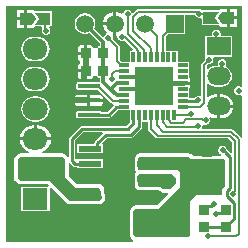
<source format=gtl>
G04*
G04 #@! TF.GenerationSoftware,Altium Limited,Altium Designer,21.9.2 (33)*
G04*
G04 Layer_Physical_Order=1*
G04 Layer_Color=255*
%FSLAX44Y44*%
%MOMM*%
G71*
G04*
G04 #@! TF.SameCoordinates,8D6B135D-26D1-4348-B727-2CCB693FEEA9*
G04*
G04*
G04 #@! TF.FilePolarity,Positive*
G04*
G01*
G75*
%ADD12C,0.2000*%
%ADD17R,1.9812X0.5334*%
G04:AMPARAMS|DCode=18|XSize=0.8mm|YSize=0.9mm|CornerRadius=0.06mm|HoleSize=0mm|Usage=FLASHONLY|Rotation=270.000|XOffset=0mm|YOffset=0mm|HoleType=Round|Shape=RoundedRectangle|*
%AMROUNDEDRECTD18*
21,1,0.8000,0.7800,0,0,270.0*
21,1,0.6800,0.9000,0,0,270.0*
1,1,0.1200,-0.3900,-0.3400*
1,1,0.1200,-0.3900,0.3400*
1,1,0.1200,0.3900,0.3400*
1,1,0.1200,0.3900,-0.3400*
%
%ADD18ROUNDEDRECTD18*%
%ADD19R,3.2512X3.2512*%
%ADD20R,0.3048X0.8128*%
%ADD21R,0.8128X0.3048*%
%ADD22O,2.0000X1.5000*%
%ADD23R,2.0000X1.5000*%
G04:AMPARAMS|DCode=24|XSize=0.4mm|YSize=1.9mm|CornerRadius=0.06mm|HoleSize=0mm|Usage=FLASHONLY|Rotation=270.000|XOffset=0mm|YOffset=0mm|HoleType=Round|Shape=RoundedRectangle|*
%AMROUNDEDRECTD24*
21,1,0.4000,1.7800,0,0,270.0*
21,1,0.2800,1.9000,0,0,270.0*
1,1,0.1200,-0.8900,-0.1400*
1,1,0.1200,-0.8900,0.1400*
1,1,0.1200,0.8900,0.1400*
1,1,0.1200,0.8900,-0.1400*
%
%ADD24ROUNDEDRECTD24*%
G04:AMPARAMS|DCode=25|XSize=0.8mm|YSize=0.9mm|CornerRadius=0.06mm|HoleSize=0mm|Usage=FLASHONLY|Rotation=0.000|XOffset=0mm|YOffset=0mm|HoleType=Round|Shape=RoundedRectangle|*
%AMROUNDEDRECTD25*
21,1,0.8000,0.7800,0,0,0.0*
21,1,0.6800,0.9000,0,0,0.0*
1,1,0.1200,0.3400,-0.3900*
1,1,0.1200,-0.3400,-0.3900*
1,1,0.1200,-0.3400,0.3900*
1,1,0.1200,0.3400,0.3900*
%
%ADD25ROUNDEDRECTD25*%
%ADD26R,2.3876X3.2004*%
%ADD43R,0.9000X1.0000*%
%ADD44C,0.2500*%
%ADD45C,0.5000*%
%ADD46C,0.4000*%
%ADD47C,0.3000*%
%ADD48C,1.5000*%
%ADD49R,1.5000X1.5000*%
%ADD50O,2.1336X1.8796*%
%ADD51O,2.1336X1.8288*%
%ADD52R,2.1336X1.8288*%
%ADD53O,2.0000X1.5000*%
%ADD54R,2.0000X1.5000*%
%ADD55C,0.5000*%
%ADD56C,0.4064*%
G36*
X185000Y185000D02*
X182750D01*
X181500Y187000D01*
X179500Y190000D01*
X181500Y193000D01*
X182750Y195000D01*
X185000D01*
Y185000D01*
D02*
G37*
G36*
X178750Y193000D02*
X176750Y190000D01*
X178750Y187000D01*
X180000Y185000D01*
X175000D01*
Y195000D01*
X180000D01*
X178750Y193000D01*
D02*
G37*
G36*
X200000Y131962D02*
X198730Y131342D01*
X197746Y131750D01*
X196254D01*
X194876Y131179D01*
X193821Y130124D01*
X193250Y128746D01*
Y127254D01*
X193821Y125876D01*
X194876Y124821D01*
X196254Y124250D01*
X197746D01*
X198730Y124658D01*
X200000Y124038D01*
Y88846D01*
X198730Y88461D01*
X198622Y88622D01*
X192372Y94872D01*
X191628Y95370D01*
X190750Y95544D01*
X166620D01*
X166009Y96814D01*
X166423Y97814D01*
Y98634D01*
X167605Y99519D01*
X168254Y99250D01*
X169746D01*
X171124Y99821D01*
X172179Y100876D01*
X172750Y102254D01*
Y103746D01*
X172260Y104929D01*
X172639Y105535D01*
X173106Y105953D01*
X174879Y105218D01*
X177500Y104873D01*
X178730D01*
Y115000D01*
Y125127D01*
X177500D01*
X174879Y124782D01*
X172437Y123770D01*
X171141Y122776D01*
X169871Y123402D01*
Y133992D01*
X171074Y134400D01*
X171259Y134159D01*
X173087Y132756D01*
X175215Y131874D01*
X177500Y131574D01*
X182500D01*
X184784Y131874D01*
X186912Y132756D01*
X188740Y134159D01*
X190143Y135986D01*
X191024Y138115D01*
X191325Y140399D01*
X191024Y142683D01*
X190143Y144812D01*
X188740Y146640D01*
X187042Y147943D01*
X186179Y148876D01*
X186750Y150254D01*
Y151746D01*
X186179Y153124D01*
X185124Y154179D01*
X183746Y154750D01*
X182254D01*
X180876Y154179D01*
X179821Y153124D01*
X179250Y151746D01*
Y150254D01*
X178562Y149225D01*
X177500D01*
X175215Y148924D01*
X173087Y148042D01*
X171259Y146640D01*
X171074Y146398D01*
X169871Y146806D01*
Y149176D01*
X171494Y150799D01*
X172746D01*
X174124Y151370D01*
X175179Y152425D01*
X175750Y153803D01*
Y155295D01*
X175550Y155779D01*
X176398Y157049D01*
X191250D01*
Y174549D01*
X182221D01*
X181750Y175254D01*
Y176746D01*
X181179Y178124D01*
X180124Y179179D01*
X178746Y179750D01*
X177254D01*
X175876Y179179D01*
X174821Y178124D01*
X174250Y176746D01*
Y175254D01*
X173779Y174549D01*
X168750D01*
Y157049D01*
X168750Y157049D01*
X168494Y155885D01*
X168250Y155295D01*
Y154044D01*
X165955Y151748D01*
X165457Y151004D01*
X165283Y150126D01*
Y124401D01*
X164013Y123571D01*
X163388Y123830D01*
X161896D01*
X160518Y123259D01*
X159463Y122204D01*
X159421Y122103D01*
X154952D01*
Y130476D01*
X156242D01*
Y133270D01*
X149638D01*
Y135810D01*
X156242D01*
Y138604D01*
X154952D01*
Y152300D01*
X145300D01*
Y161952D01*
X135276D01*
Y173932D01*
X137594Y176250D01*
X151850D01*
Y192568D01*
X160192D01*
X160722Y191288D01*
X161777Y190233D01*
X163155Y189662D01*
X164647D01*
X164695Y189682D01*
X165751Y188976D01*
Y183751D01*
X174749D01*
X175000Y183647D01*
X180000D01*
X180191Y183726D01*
X180663Y183547D01*
X181411Y182973D01*
X181461Y182888D01*
Y182461D01*
X187231D01*
Y190001D01*
Y197541D01*
X181461D01*
Y197112D01*
X181411Y197027D01*
X180663Y196453D01*
X180191Y196274D01*
X180000Y196353D01*
X175000D01*
X174753Y196251D01*
X166366D01*
X166026Y196591D01*
X164647Y197162D01*
X163155D01*
X162595Y196930D01*
X162517Y196982D01*
X161639Y197157D01*
X112241D01*
X111364Y196982D01*
X110619Y196485D01*
X107923Y193789D01*
X106555Y194216D01*
X106179Y195124D01*
X105124Y196179D01*
X103746Y196750D01*
X102254D01*
X100876Y196179D01*
X99821Y195124D01*
X99332Y193945D01*
X99226Y193833D01*
X98643Y193540D01*
X97980Y193314D01*
X96176Y194356D01*
X93622Y195040D01*
X93570D01*
Y185000D01*
Y174870D01*
X93683Y174849D01*
X94250Y173814D01*
Y173254D01*
X94821Y171876D01*
X95876Y170821D01*
X97254Y170250D01*
X98746D01*
X99990Y170765D01*
X107534Y163222D01*
X107008Y161952D01*
X104700D01*
Y152300D01*
X98441D01*
X96544Y154197D01*
Y165328D01*
X96369Y166206D01*
X95872Y166951D01*
X90485Y172338D01*
X90509Y172395D01*
Y173771D01*
X90593Y173983D01*
X91030Y174489D01*
Y183730D01*
X82260D01*
Y183678D01*
X82945Y181125D01*
X84266Y178836D01*
X85181Y177921D01*
X84883Y176423D01*
X84635Y176320D01*
X83580Y175265D01*
X83233Y174429D01*
X81835Y174030D01*
X74757Y181109D01*
X75054Y181623D01*
X75650Y183848D01*
Y186152D01*
X75054Y188378D01*
X73902Y190373D01*
X72273Y192002D01*
X70278Y193154D01*
X68052Y193750D01*
X65748D01*
X63523Y193154D01*
X61528Y192002D01*
X59899Y190373D01*
X58747Y188378D01*
X58150Y186152D01*
Y183848D01*
X58747Y181623D01*
X59899Y179628D01*
X61528Y177999D01*
X63523Y176847D01*
X65748Y176250D01*
X68052D01*
X70278Y176847D01*
X70792Y177143D01*
X79696Y168239D01*
Y165786D01*
X79100D01*
X78378Y165643D01*
X77766Y165234D01*
X77357Y164622D01*
X77333Y164500D01*
X73982D01*
X73858Y165125D01*
X73164Y166164D01*
X72125Y166858D01*
X70900Y167101D01*
X68770D01*
Y160000D01*
X67500D01*
Y158730D01*
X60898D01*
Y156100D01*
X61142Y154875D01*
X61836Y153836D01*
X62863Y153150D01*
X62875Y153086D01*
Y151914D01*
X62863Y151850D01*
X61836Y151164D01*
X61142Y150125D01*
X60898Y148900D01*
Y146270D01*
X67500D01*
Y145000D01*
X68770D01*
Y137899D01*
X70900D01*
X72125Y138142D01*
X73164Y138836D01*
X73858Y139875D01*
X73982Y140500D01*
X77333D01*
X77357Y140378D01*
X77766Y139766D01*
X78378Y139357D01*
X79100Y139214D01*
X79696D01*
Y136423D01*
X78998Y135426D01*
X78465Y135286D01*
X61100D01*
X60378Y135143D01*
X59766Y134734D01*
X59357Y134122D01*
X59214Y133400D01*
Y130600D01*
X59357Y129878D01*
X59766Y129266D01*
X60378Y128857D01*
X61100Y128714D01*
X70961D01*
X71000Y128706D01*
X78050D01*
X88824Y117932D01*
X89568Y117435D01*
X90446Y117260D01*
X90918D01*
X91024Y117121D01*
X91385Y115990D01*
X85944Y110549D01*
X80357D01*
X80234Y110734D01*
X79622Y111143D01*
X78900Y111286D01*
X61100D01*
X60378Y111143D01*
X59766Y110734D01*
X59357Y110122D01*
X59214Y109400D01*
Y106600D01*
X59357Y105878D01*
X59766Y105266D01*
X60378Y104857D01*
X61100Y104714D01*
X78900D01*
X79622Y104857D01*
X80234Y105266D01*
X80357Y105451D01*
X87000D01*
X87975Y105645D01*
X88802Y106198D01*
X93932Y111327D01*
X95048Y111700D01*
X95048Y111700D01*
Y111700D01*
X95048Y111700D01*
X104700D01*
Y102048D01*
X104700Y102048D01*
X104700D01*
X104700Y102048D01*
X104327Y100932D01*
X101944Y98549D01*
X64551D01*
X63575Y98355D01*
X62748Y97802D01*
X54247Y89301D01*
X53694Y88474D01*
X53500Y87498D01*
Y72447D01*
X52230Y72062D01*
X52163Y72163D01*
X52163Y72163D01*
X50163Y74163D01*
X50163Y74163D01*
X49171Y74826D01*
X48000Y75059D01*
X48000Y75059D01*
X30821D01*
X30569Y76329D01*
X32416Y77094D01*
X34857Y78967D01*
X36730Y81408D01*
X37907Y84250D01*
X38142Y86030D01*
X25000D01*
X11858D01*
X12093Y84250D01*
X13270Y81408D01*
X15143Y78967D01*
X17584Y77094D01*
X19431Y76329D01*
X19179Y75059D01*
X12000D01*
X10829Y74826D01*
X9837Y74163D01*
X7837Y72163D01*
X7174Y71171D01*
X6941Y70000D01*
X6941Y70000D01*
Y54000D01*
X7174Y52829D01*
X7837Y51837D01*
X7837Y51837D01*
X9837Y49837D01*
X9837Y49837D01*
X10829Y49174D01*
X12000Y48941D01*
X12000Y48941D01*
X35588D01*
X36314Y48039D01*
X35828Y46914D01*
X13062D01*
Y26086D01*
X36938D01*
Y45940D01*
X38208Y46466D01*
X51837Y32837D01*
X52829Y32174D01*
X54000Y31941D01*
X54000Y31941D01*
X79000D01*
X80170Y32174D01*
X81163Y32837D01*
X83163Y34837D01*
X83826Y35830D01*
X84059Y37000D01*
X84059Y37000D01*
Y38728D01*
X84000Y39024D01*
D01*
X84000Y39024D01*
Y39325D01*
X83885Y39604D01*
X83826Y39899D01*
X83659Y40149D01*
X83543Y40428D01*
X83330Y40641D01*
X83163Y40891D01*
X83128Y40915D01*
X83071Y41000D01*
X83000D01*
Y41301D01*
Y45059D01*
Y45059D01*
X82767Y46229D01*
X82104Y47222D01*
X82104Y47222D01*
X81163Y48163D01*
X80170Y48826D01*
X79000Y49059D01*
X79000Y49059D01*
X60267Y49059D01*
X53059Y56267D01*
Y66641D01*
X53981Y67035D01*
X54329Y67066D01*
X56848Y64548D01*
X57675Y63995D01*
X58650Y63801D01*
X60206D01*
Y62433D01*
X82518D01*
Y70267D01*
X60206D01*
Y70267D01*
X59069Y70589D01*
X58598Y70904D01*
Y86442D01*
X65607Y93451D01*
X81583D01*
X82109Y92181D01*
X75733Y85805D01*
X75181Y84978D01*
X74987Y84003D01*
Y83016D01*
X74000D01*
X73754Y82967D01*
X60206D01*
Y75133D01*
X82518D01*
Y82967D01*
X81764D01*
X81278Y84140D01*
X85589Y88451D01*
X106000D01*
X106975Y88645D01*
X107802Y89198D01*
X114356Y95752D01*
X114909Y96579D01*
X115103Y97554D01*
Y102048D01*
X120166D01*
Y95944D01*
X120341Y95066D01*
X120838Y94322D01*
X126782Y88378D01*
X127526Y87880D01*
X128404Y87706D01*
X188454D01*
X191456Y84704D01*
Y76200D01*
X190283Y75714D01*
X187514Y78482D01*
X187308Y78620D01*
Y78676D01*
X186737Y80054D01*
X185682Y81109D01*
X184304Y81680D01*
X182812D01*
X181434Y81109D01*
X180379Y80054D01*
X179808Y78676D01*
Y77184D01*
X180379Y75806D01*
X181434Y74751D01*
X182452Y74329D01*
X182199Y73059D01*
X158267D01*
X157163Y74163D01*
X156171Y74826D01*
X155000Y75059D01*
X155000Y75059D01*
X113000D01*
X111830Y74826D01*
X110837Y74163D01*
X109896Y73222D01*
X109233Y72229D01*
X109000Y71059D01*
Y71059D01*
D01*
Y61941D01*
X109233Y60771D01*
X109896Y59778D01*
Y59222D01*
X109233Y58229D01*
X109000Y57059D01*
Y57059D01*
D01*
Y47941D01*
X109233Y46771D01*
X109896Y45778D01*
X110837Y44837D01*
X111830Y44174D01*
X113000Y43941D01*
X113000Y43941D01*
X129733D01*
X130837Y42837D01*
X131830Y42174D01*
X133000Y41941D01*
X133000Y41941D01*
X136956D01*
X137442Y40768D01*
X135000Y38326D01*
Y38326D01*
X127733Y31059D01*
X110000D01*
X109705Y31000D01*
X108829Y30826D01*
X107837Y30163D01*
X105837Y28163D01*
X105174Y27171D01*
X104941Y26000D01*
X104941Y26000D01*
Y6000D01*
X105174Y4830D01*
X105837Y3837D01*
X107837Y1837D01*
X107938Y242D01*
X107745Y0D01*
X0D01*
Y200000D01*
X0Y200000D01*
X200000D01*
Y131962D01*
D02*
G37*
G36*
X136078Y57941D02*
X136078Y57941D01*
X136078Y57941D01*
X140059D01*
X143941Y54059D01*
Y53078D01*
X143941Y53078D01*
Y53078D01*
X143973Y52917D01*
Y51083D01*
X143941Y50922D01*
X143941Y50922D01*
X143941Y50922D01*
Y49941D01*
X139000Y45000D01*
X133000D01*
X131000Y47000D01*
X113000D01*
X112059Y47941D01*
Y57059D01*
X112951Y57951D01*
X113000Y57941D01*
X113000Y57941D01*
X133922D01*
X133922Y57941D01*
X133922D01*
X134083Y57973D01*
X135917D01*
X136078Y57941D01*
D02*
G37*
G36*
X50000Y70000D02*
Y55000D01*
X59000Y46000D01*
X79000Y46000D01*
X79941Y45059D01*
Y41000D01*
X80174Y39829D01*
X80837Y38837D01*
X81000Y38728D01*
Y37000D01*
X79000Y35000D01*
X54000D01*
X37000Y52000D01*
X12000D01*
X10000Y54000D01*
Y70000D01*
X12000Y72000D01*
X48000D01*
X50000Y70000D01*
D02*
G37*
G36*
X157000Y70000D02*
X185000D01*
X185667Y69333D01*
Y47616D01*
X184186Y46135D01*
X183247Y44729D01*
X182917Y43071D01*
Y40000D01*
X161000D01*
X156000Y35000D01*
Y6000D01*
X154000Y4000D01*
X110000D01*
X108000Y6000D01*
Y26000D01*
X110000Y28000D01*
X129000D01*
X147000Y46000D01*
Y50922D01*
X147032Y50999D01*
Y53001D01*
X147000Y53078D01*
Y59000D01*
X145000Y61000D01*
X136078D01*
X136001Y61032D01*
X133999D01*
X133922Y61000D01*
X113000D01*
X112059Y61941D01*
Y71059D01*
X113000Y72000D01*
X155000D01*
X157000Y70000D01*
D02*
G37*
%LPC*%
G36*
X195541Y197541D02*
X189771D01*
Y191271D01*
X195541D01*
Y197541D01*
D02*
G37*
G36*
X15229Y196539D02*
X9459D01*
Y190269D01*
X15229D01*
Y196539D01*
D02*
G37*
G36*
X91030Y195040D02*
X90979D01*
X88425Y194356D01*
X86136Y193034D01*
X84266Y191165D01*
X82945Y188876D01*
X82260Y186322D01*
Y186270D01*
X91030D01*
Y195040D01*
D02*
G37*
G36*
X195541Y188731D02*
X189771D01*
Y182461D01*
X195541D01*
Y188731D01*
D02*
G37*
G36*
X15229Y187729D02*
X9459D01*
Y181459D01*
X15229D01*
Y187729D01*
D02*
G37*
G36*
X23539Y196539D02*
X17769D01*
Y188999D01*
Y181459D01*
X23539D01*
Y181888D01*
X23589Y181973D01*
X24337Y182547D01*
X24809Y182726D01*
X25000Y182647D01*
X30000D01*
X30422Y182437D01*
X30821Y181124D01*
X30250Y179746D01*
Y178254D01*
X30821Y176876D01*
X31876Y175821D01*
X33254Y175250D01*
X34746D01*
X36124Y175821D01*
X37179Y176876D01*
X37750Y178254D01*
Y179746D01*
X37179Y181124D01*
X36824Y181479D01*
X37350Y182749D01*
X39249D01*
Y195249D01*
X30251D01*
X30000Y195353D01*
X25000D01*
X24809Y195274D01*
X24337Y195453D01*
X23589Y196028D01*
X23539Y196112D01*
Y196539D01*
D02*
G37*
G36*
X66230Y167101D02*
X64100D01*
X62875Y166858D01*
X61836Y166164D01*
X61142Y165125D01*
X60898Y163900D01*
Y161270D01*
X66230D01*
Y167101D01*
D02*
G37*
G36*
X26524Y173984D02*
X23476D01*
X20763Y173626D01*
X18234Y172579D01*
X16063Y170913D01*
X14397Y168742D01*
X13349Y166213D01*
X12992Y163500D01*
X13349Y160787D01*
X14397Y158258D01*
X16063Y156087D01*
X18234Y154421D01*
X20763Y153373D01*
X23476Y153016D01*
X26524D01*
X29237Y153373D01*
X31766Y154421D01*
X33937Y156087D01*
X35603Y158258D01*
X36651Y160787D01*
X37008Y163500D01*
X36651Y166213D01*
X35603Y168742D01*
X33937Y170913D01*
X31766Y172579D01*
X29237Y173626D01*
X26524Y173984D01*
D02*
G37*
G36*
X66230Y143730D02*
X60898D01*
Y141100D01*
X61142Y139875D01*
X61836Y138836D01*
X62875Y138142D01*
X64100Y137899D01*
X66230D01*
Y143730D01*
D02*
G37*
G36*
X26524Y148584D02*
X23476D01*
X20763Y148226D01*
X18234Y147179D01*
X16063Y145513D01*
X14397Y143342D01*
X13349Y140813D01*
X12992Y138100D01*
X13349Y135387D01*
X14397Y132858D01*
X16063Y130687D01*
X18234Y129021D01*
X20763Y127973D01*
X23476Y127616D01*
X26524D01*
X29237Y127973D01*
X31766Y129021D01*
X33937Y130687D01*
X35603Y132858D01*
X36651Y135387D01*
X37008Y138100D01*
X36651Y140813D01*
X35603Y143342D01*
X33937Y145513D01*
X31766Y147179D01*
X29237Y148226D01*
X26524Y148584D01*
D02*
G37*
G36*
X78900Y124601D02*
X71270D01*
Y121270D01*
X82101D01*
Y121400D01*
X81858Y122625D01*
X81164Y123664D01*
X80125Y124358D01*
X78900Y124601D01*
D02*
G37*
G36*
X68730D02*
X61100D01*
X59875Y124358D01*
X58836Y123664D01*
X58142Y122625D01*
X57899Y121400D01*
Y121270D01*
X68730D01*
Y124601D01*
D02*
G37*
G36*
X182500Y125127D02*
X181270D01*
Y116270D01*
X192459D01*
X192282Y117621D01*
X191270Y120063D01*
X189661Y122161D01*
X187563Y123770D01*
X185121Y124782D01*
X182500Y125127D01*
D02*
G37*
G36*
X82101Y118730D02*
X71270D01*
Y115399D01*
X78900D01*
X80125Y115642D01*
X81164Y116336D01*
X81858Y117375D01*
X82101Y118600D01*
Y118730D01*
D02*
G37*
G36*
X68730D02*
X57899D01*
Y118600D01*
X58142Y117375D01*
X58836Y116336D01*
X59875Y115642D01*
X61100Y115399D01*
X68730D01*
Y118730D01*
D02*
G37*
G36*
X192459Y113730D02*
X181270D01*
Y104873D01*
X182500D01*
X185121Y105218D01*
X187563Y106230D01*
X189661Y107839D01*
X191270Y109937D01*
X192282Y112379D01*
X192459Y113730D01*
D02*
G37*
G36*
X26270Y123460D02*
X23730D01*
X20945Y123093D01*
X18350Y122018D01*
X16121Y120309D01*
X14411Y118080D01*
X13337Y115485D01*
X12970Y112700D01*
X13337Y109915D01*
X14411Y107320D01*
X16121Y105091D01*
X18350Y103382D01*
X20945Y102307D01*
X23730Y101940D01*
X26270D01*
X29055Y102307D01*
X31650Y103382D01*
X33879Y105091D01*
X35589Y107320D01*
X36663Y109915D01*
X37030Y112700D01*
X36663Y115485D01*
X35589Y118080D01*
X33879Y120309D01*
X31650Y122018D01*
X29055Y123093D01*
X26270Y123460D01*
D02*
G37*
G36*
X26524Y99085D02*
X26270D01*
Y88570D01*
X38142D01*
X37907Y90350D01*
X36730Y93192D01*
X34857Y95633D01*
X32416Y97506D01*
X29574Y98683D01*
X26524Y99085D01*
D02*
G37*
G36*
X23730D02*
X23476D01*
X20426Y98683D01*
X17584Y97506D01*
X15143Y95633D01*
X13270Y93192D01*
X12093Y90350D01*
X11858Y88570D01*
X23730D01*
Y99085D01*
D02*
G37*
%LPD*%
G36*
X30000Y184000D02*
X25000D01*
X26250Y186000D01*
X28250Y189000D01*
X26250Y192000D01*
X25000Y194000D01*
X30000D01*
Y184000D01*
D02*
G37*
G36*
X23500Y192000D02*
X25500Y189000D01*
X23500Y186000D01*
X22250Y184000D01*
X20000D01*
Y194000D01*
X22250D01*
X23500Y192000D01*
D02*
G37*
D12*
X164030Y114474D02*
X167577Y118021D01*
Y150126D02*
X172000Y154549D01*
X167577Y118021D02*
Y150126D01*
X127540Y98755D02*
Y107362D01*
X133045Y93250D02*
X190750D01*
X127540Y98755D02*
X133045Y93250D01*
X152577Y103836D02*
X166328D01*
X166590Y103574D02*
X168426D01*
X166328Y103836D02*
X166590Y103574D01*
X168426D02*
X169000Y103000D01*
X160146Y97986D02*
X162099D01*
X162673Y98560D01*
X159958Y97798D02*
X160146Y97986D01*
X136202Y97798D02*
X159958D01*
X149789Y101048D02*
X152577Y103836D01*
X140070Y101048D02*
X149789D01*
X155085Y107362D02*
X156309Y108586D01*
X142526Y107362D02*
X155085D01*
X156309Y108586D02*
X157121D01*
X137970Y103148D02*
X140070Y101048D01*
X137970Y103148D02*
Y106838D01*
X132620Y101380D02*
X136202Y97798D01*
X189404Y90000D02*
X193750Y85654D01*
X128404Y90000D02*
X189404D01*
X122460Y95944D02*
X128404Y90000D01*
X86759Y172820D02*
X94250Y165328D01*
X86759Y172820D02*
Y173141D01*
X163901Y193412D02*
X168090D01*
X171501Y190001D01*
X163090Y193412D02*
X163901D01*
X161639Y194862D02*
X163090Y193412D01*
X112241Y194862D02*
X161639D01*
X107950Y190571D02*
X112241Y194862D01*
X107950Y179050D02*
Y190571D01*
X149638Y114474D02*
X164030D01*
X122460Y95944D02*
Y107362D01*
X94250Y153247D02*
Y165328D01*
X98574Y173426D02*
X100574D01*
X98000Y174000D02*
X98574Y173426D01*
X100574D02*
X110000Y164000D01*
X193750Y43312D02*
Y85654D01*
X192250Y41812D02*
X193750Y43312D01*
X192250Y41000D02*
Y41812D01*
X89711Y138711D02*
Y141996D01*
X92162Y144446D02*
X100362D01*
X89464Y138464D02*
X89711Y138711D01*
Y141996D02*
X92162Y144446D01*
X71000Y131000D02*
X79000D01*
X90446Y119554D02*
X100362D01*
X70000Y132000D02*
X71000Y131000D01*
X79000D02*
X90446Y119554D01*
X33499Y179501D02*
X34000Y179000D01*
X33499Y179501D02*
Y188999D01*
X132620Y101380D02*
Y107362D01*
X190750Y93250D02*
X197000Y87000D01*
X137446Y107362D02*
X137970Y106838D01*
X107950Y179050D02*
X122822Y164178D01*
Y157000D02*
Y164178D01*
X117218Y156800D02*
Y162782D01*
X103574Y176426D02*
X117218Y162782D01*
X110000Y164000D02*
X110000D01*
X103000Y193000D02*
X103574Y192426D01*
Y176426D02*
Y192426D01*
X110000Y164000D02*
X112043Y161957D01*
Y157149D02*
X112554Y156638D01*
X112043Y157149D02*
Y161957D01*
X94250Y153247D02*
X97298Y150199D01*
X97822Y149526D02*
X100362D01*
X97298Y150050D02*
Y150199D01*
Y150050D02*
X97822Y149526D01*
X132620Y156638D02*
X132982Y157000D01*
X127540Y156638D02*
X127902Y157000D01*
X122460Y156638D02*
X122822Y157000D01*
X117218Y156800D02*
X117380Y156638D01*
X132982Y157000D02*
Y174882D01*
X143100Y185000D01*
X127902Y157000D02*
Y174797D01*
X117700Y185000D02*
X127902Y174797D01*
X171000Y5000D02*
X195000D01*
X171000Y4750D02*
Y5000D01*
X195000D02*
X197000Y7000D01*
Y87000D01*
X182426Y142825D02*
Y150426D01*
X180000Y140399D02*
X182426Y142825D01*
X178000Y167799D02*
X180000Y165799D01*
X178000Y167799D02*
Y176000D01*
D17*
X71362Y40950D02*
D03*
Y53650D02*
D03*
Y66350D02*
D03*
Y79050D02*
D03*
X120638D02*
D03*
Y66350D02*
D03*
Y53650D02*
D03*
Y40950D02*
D03*
D18*
X186000Y27500D02*
D03*
Y12500D02*
D03*
X168000Y27500D02*
D03*
Y12500D02*
D03*
D19*
X125000Y132000D02*
D03*
D20*
X107474Y156638D02*
D03*
X112554D02*
D03*
X117380D02*
D03*
X122460D02*
D03*
X127540D02*
D03*
X132620D02*
D03*
X137446D02*
D03*
X142526D02*
D03*
Y107362D02*
D03*
X137446D02*
D03*
X132620D02*
D03*
X127540D02*
D03*
X122460D02*
D03*
X117380D02*
D03*
X112554D02*
D03*
X107474D02*
D03*
D21*
X149638Y149526D02*
D03*
Y144446D02*
D03*
Y139620D02*
D03*
Y134540D02*
D03*
Y129460D02*
D03*
Y124380D02*
D03*
Y119554D02*
D03*
Y114474D02*
D03*
X100362D02*
D03*
Y119554D02*
D03*
Y124380D02*
D03*
Y129460D02*
D03*
Y134540D02*
D03*
Y139620D02*
D03*
Y144446D02*
D03*
Y149526D02*
D03*
D22*
X180000Y140399D02*
D03*
X180000Y115000D02*
D03*
D23*
X180000Y165799D02*
D03*
D24*
X70000Y108000D02*
D03*
Y120000D02*
D03*
Y132000D02*
D03*
D25*
X82500Y145000D02*
D03*
X67500D02*
D03*
X82500Y160000D02*
D03*
X67500D02*
D03*
D26*
X96000Y60000D02*
D03*
D43*
X171501Y190001D02*
D03*
X188501D02*
D03*
X33499Y188999D02*
D03*
X16499D02*
D03*
D44*
X183558Y77930D02*
X184234D01*
X185484Y76680D02*
X185712D01*
X190000Y45821D02*
Y72392D01*
X184234Y77930D02*
X185484Y76680D01*
X185712D02*
X190000Y72392D01*
X161693Y119554D02*
X162083Y119944D01*
X149638Y119554D02*
X161693D01*
X162083Y119944D02*
X162506D01*
X187250Y38929D02*
X193000Y33179D01*
Y22816D02*
Y33179D01*
X187250Y38929D02*
Y43071D01*
X190000Y45821D01*
X193000Y22816D02*
X193000Y22816D01*
X193000Y19500D02*
Y22816D01*
X189250Y15750D02*
X193000Y19500D01*
X186000Y12500D02*
X186500D01*
X189250Y15250D01*
Y15750D01*
X186000Y12500D02*
X186000Y12500D01*
X168000Y12500D02*
X186000D01*
X112554Y97554D02*
Y107362D01*
X106000Y91000D02*
X112554Y97554D01*
X107474Y100474D02*
Y107362D01*
X103000Y96000D02*
X107474Y100474D01*
X93474Y114474D02*
X100362D01*
X87000Y108000D02*
X93474Y114474D01*
X75000Y108000D02*
X87000D01*
X185500Y27500D02*
X186000D01*
X178000Y24000D02*
X178478Y24478D01*
X182478D02*
X185500Y27500D01*
X178478Y24478D02*
X182478D01*
X170750Y30250D02*
X173573D01*
X175324Y32000D01*
X168000Y27500D02*
X170750Y30250D01*
X175324Y32000D02*
X176000D01*
X64551Y96000D02*
X103000D01*
X56049Y87498D02*
X64551Y96000D01*
X56049Y68951D02*
Y87498D01*
Y68951D02*
X58650Y66350D01*
X71362D01*
X84533Y91000D02*
X106000D01*
X77536Y84003D02*
X84533Y91000D01*
X74000Y80467D02*
X77536D01*
Y84003D01*
X71362Y79050D02*
X72583D01*
X74000Y80467D01*
D45*
X137732Y164500D02*
X137780Y164452D01*
X55000Y120000D02*
X70000D01*
X104000Y80000D02*
X104950Y79050D01*
X120638D01*
X88000Y50000D02*
Y52212D01*
X71362Y53650D02*
X86562D01*
X88000Y52212D01*
X67500Y145000D02*
Y160000D01*
D46*
X125000Y132000D02*
X127540Y134540D01*
X149638D01*
X122460Y129460D02*
X125000Y132000D01*
X117380Y139620D02*
X125000Y132000D01*
D47*
X100362Y129460D02*
X122460D01*
X100362Y139620D02*
X117380D01*
X88114Y129994D02*
X89126D01*
X93672Y134540D01*
X88114Y129994D02*
X93728Y124380D01*
X82500Y135608D02*
X88114Y129994D01*
X93672Y134540D02*
X100362D01*
X82500Y135608D02*
Y145000D01*
X93728Y124380D02*
X100362D01*
X82500Y145000D02*
Y160000D01*
X66900Y185000D02*
X82500Y169401D01*
Y160000D02*
Y169401D01*
D48*
X117700Y15000D02*
D03*
X92300Y15000D02*
D03*
X66900D02*
D03*
X117700Y185000D02*
D03*
X92300Y185000D02*
D03*
X66900D02*
D03*
D49*
X143100Y15000D02*
D03*
Y185000D02*
D03*
D50*
X25000Y112700D02*
D03*
D51*
Y87300D02*
D03*
Y61900D02*
D03*
Y138100D02*
D03*
Y163500D02*
D03*
D52*
Y36500D02*
D03*
D53*
X170000Y80000D02*
D03*
D54*
Y60000D02*
D03*
D55*
X162673Y98560D02*
D03*
X157121Y108586D02*
D03*
X183558Y77930D02*
D03*
X86759Y173141D02*
D03*
X100000Y160000D02*
D03*
X79280Y8320D02*
D03*
X38640D02*
D03*
X18320D02*
D03*
X163901Y193412D02*
D03*
X44000Y107000D02*
D03*
X162642Y120080D02*
D03*
X137732Y164500D02*
D03*
X98000Y174000D02*
D03*
X197000Y128000D02*
D03*
X192250Y41000D02*
D03*
X89464Y138464D02*
D03*
X34000Y179000D02*
D03*
X103000Y193000D02*
D03*
X171000Y4750D02*
D03*
X178000Y24000D02*
D03*
X176000Y32000D02*
D03*
X169000Y103000D02*
D03*
X172000Y154549D02*
D03*
X183000Y151000D02*
D03*
X178000Y176000D02*
D03*
X96000Y45000D02*
D03*
Y55000D02*
D03*
Y75000D02*
D03*
Y65000D02*
D03*
X88000Y70000D02*
D03*
Y50000D02*
D03*
Y60000D02*
D03*
X104000Y50000D02*
D03*
Y70000D02*
D03*
Y60000D02*
D03*
D56*
X65000Y140000D02*
D03*
X98480Y105997D02*
D03*
X191623Y178206D02*
D03*
X133000Y63000D02*
D03*
Y70000D02*
D03*
X142000Y52000D02*
D03*
X135000Y48000D02*
D03*
Y56000D02*
D03*
M02*

</source>
